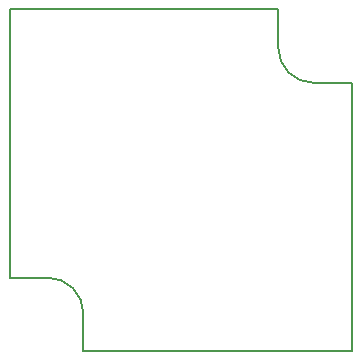
<source format=gbr>
G04 #@! TF.GenerationSoftware,KiCad,Pcbnew,(5.1.2)-1*
G04 #@! TF.CreationDate,2019-05-26T15:49:40+02:00*
G04 #@! TF.ProjectId,Dew Sensor,44657720-5365-46e7-936f-722e6b696361,rev?*
G04 #@! TF.SameCoordinates,Original*
G04 #@! TF.FileFunction,Profile,NP*
%FSLAX46Y46*%
G04 Gerber Fmt 4.6, Leading zero omitted, Abs format (unit mm)*
G04 Created by KiCad (PCBNEW (5.1.2)-1) date 2019-05-26 15:49:40*
%MOMM*%
%LPD*%
G04 APERTURE LIST*
%ADD10C,0.150000*%
G04 APERTURE END LIST*
D10*
X198250000Y-135750000D02*
X198250000Y-139000000D01*
X195250000Y-132750000D02*
X192000000Y-132750000D01*
X195250000Y-132750000D02*
G75*
G02X198250000Y-135750000I0J-3000000D01*
G01*
X217750000Y-116250000D02*
X221000000Y-116250000D01*
X214750000Y-113250000D02*
X214750000Y-110000000D01*
X217750000Y-116250000D02*
G75*
G02X214750000Y-113250000I0J3000000D01*
G01*
X214750000Y-110000000D02*
X192000000Y-110000000D01*
X221000000Y-139000000D02*
X221000000Y-116250000D01*
X198250000Y-139000000D02*
X221000000Y-139000000D01*
X192000000Y-110000000D02*
X192000000Y-132750000D01*
M02*

</source>
